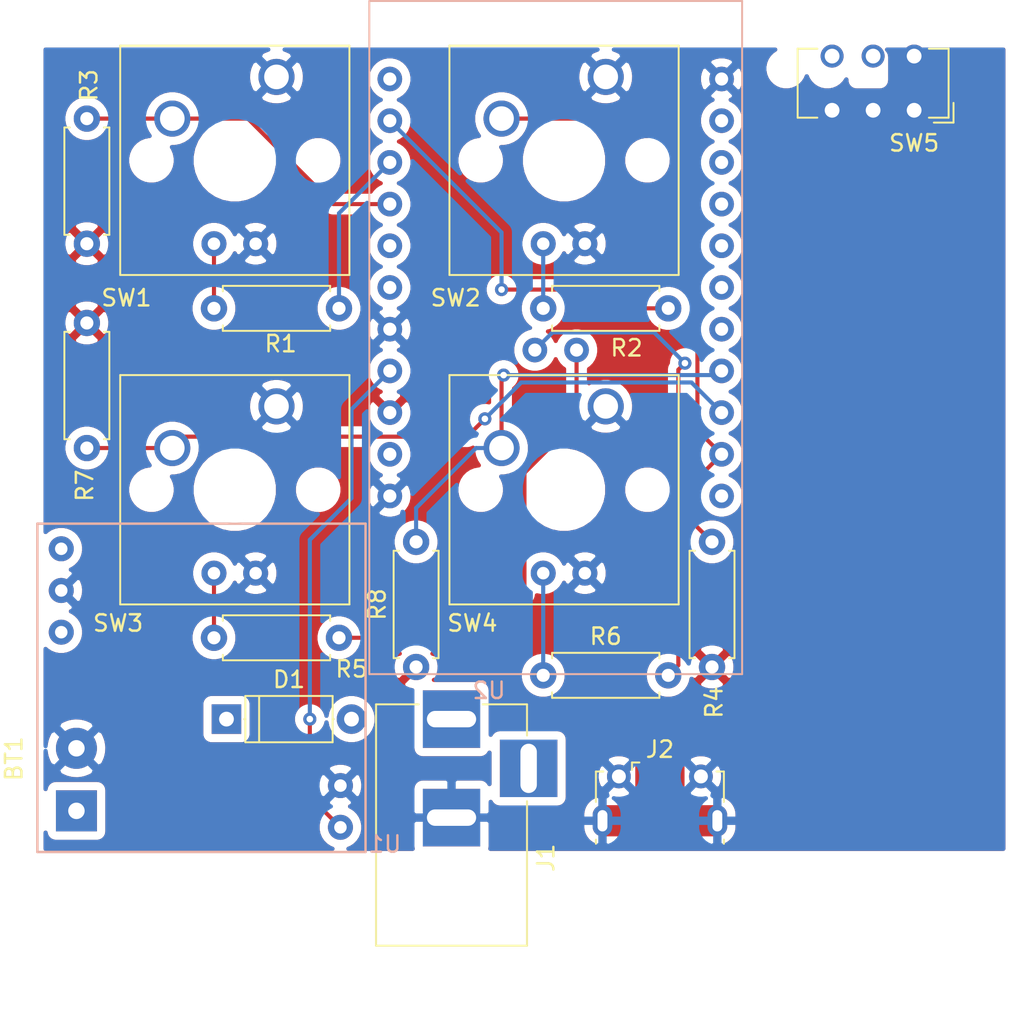
<source format=kicad_pcb>
(kicad_pcb (version 20171130) (host pcbnew 5.1.6-c6e7f7d~86~ubuntu18.04.1)
  (layers (0 F.Cu signal) (31 B.Cu signal) (34 B.Paste user) (35 F.Paste user) (36 B.SilkS user) (37 F.SilkS user) (38 B.Mask user) (39 F.Mask user) (44 Edge.Cuts user))
  (net 0 "")
  (net 1 /LED1)
  (net 2 "Net-(R1-Pad1)")
  (net 3 /LED2)
  (net 4 "Net-(R2-Pad1)")
  (net 5 /BTN1)
  (net 6 +3V3)
  (net 7 /BTN2)
  (net 8 /LED3)
  (net 9 "Net-(R5-Pad1)")
  (net 10 /LED4)
  (net 11 "Net-(R6-Pad1)")
  (net 12 /BTN3)
  (net 13 /BTN4)
  (net 14 "Net-(U1-Pad3)")
  (net 15 +12V)
  (net 16 "Net-(U2-Pad11)")
  (net 17 "Net-(U2-Pad14)")
  (net 18 "Net-(U2-Pad15)")
  (net 19 "Net-(U2-Pad7)")
  (net 20 "Net-(U2-Pad16)")
  (net 21 "Net-(U2-Pad6)")
  (net 22 "Net-(U2-Pad17)")
  (net 23 "Net-(U2-Pad18)")
  (net 24 "Net-(U2-Pad2)")
  (net 25 "Net-(U2-Pad22)")
  (net 26 +5V)
  (net 27 -BATT)
  (net 28 "Net-(BT1-Pad1)")
  (net 29 "Net-(D1-Pad2)")
  (net 30 "Net-(J1-Pad3)")
  (net 31 "Net-(J2-Pad3)")
  (net 32 "Net-(J2-Pad4)")
  (net 33 "Net-(J2-Pad2)")
  (net 34 "Net-(SW5-Pad6)")
  (net 35 "Net-(SW5-Pad5)")
  (net 36 "Net-(SW5-Pad3)")
  (net 37 +BATT)
  (net 38 "Net-(U2-Pad4)")
  (module Connector_Wire:SolderWirePad_1x02_P3.81mm_Drill1mm (layer F.Cu) (at 99.06 97.028 90)
    (fp_text reference BT1 (at 3.175 -3.81 90) (layer F.SilkS))
    (fp_text value Battery_Cell)
    (pad 2 thru_hole circle (at 3.81 0 90) (size 2.49936 2.49936) (drill 1.00076) (layers *.Cu *.Mask) (net 27 -BATT))
    (pad 1 thru_hole rect (at 0 0 90) (size 2.49936 2.49936) (drill 1.00076) (layers *.Cu *.Mask) (net 28 "Net-(BT1-Pad1)"))
  )
  (module Buttons_Switches_THT:SW_CuK_JS202011AQN_DPDT_Angled (layer F.Cu) (at 150.114 54.356 180)
    (fp_text reference SW5 (at 0 -2) (layer F.SilkS))
    (fp_text value SW_DPDT_x2)
    (fp_line (start -2.4 -0.75) (end -2.4 0.45) (layer F.SilkS) (width 0.12))
    (fp_line (start -1.2 -0.75) (end -2.4 -0.75) (layer F.SilkS) (width 0.12))
    (fp_line (start 7.1 3.75) (end 5.9 3.75) (layer F.SilkS) (width 0.12))
    (fp_line (start 7.1 -0.45) (end 7.1 3.75) (layer F.SilkS) (width 0.12))
    (fp_line (start 5.9 -0.45) (end 7.1 -0.45) (layer F.SilkS) (width 0.12))
    (fp_line (start -2.1 3.75) (end -0.9 3.75) (layer F.SilkS) (width 0.12))
    (fp_line (start -2.1 -0.45) (end -2.1 3.75) (layer F.SilkS) (width 0.12))
    (fp_line (start -0.9 -0.45) (end -2.1 -0.45) (layer F.SilkS) (width 0.12))
    (pad 6 thru_hole circle (at 5 3.3 180) (size 1.4 1.4) (drill 0.9) (layers *.Cu *.Mask) (net 34 "Net-(SW5-Pad6)"))
    (pad 5 thru_hole circle (at 2.5 3.3 180) (size 1.4 1.4) (drill 0.9) (layers *.Cu *.Mask) (net 35 "Net-(SW5-Pad5)"))
    (pad 4 thru_hole circle (at 0 3.3 180) (size 1.4 1.4) (drill 0.9) (layers *.Cu *.Mask) (net 26 +5V))
    (pad 3 thru_hole circle (at 5 0 180) (size 1.4 1.4) (drill 0.9) (layers *.Cu *.Mask) (net 36 "Net-(SW5-Pad3)"))
    (pad 2 thru_hole circle (at 2.5 0 180) (size 1.4 1.4) (drill 0.9) (layers *.Cu *.Mask) (net 28 "Net-(BT1-Pad1)"))
    (pad 1 thru_hole rect (at 0 0 180) (size 1.4 1.4) (drill 0.9) (layers *.Cu *.Mask) (net 37 +BATT))
  )
  (module Connectors_USB:USB_Micro-B_Molex-105017-0001 (layer F.Cu) (at 134.62 97.282)
    (fp_text reference J2 (at 0 -4) (layer F.SilkS))
    (fp_text value USB_B_Micro)
    (fp_line (start -3.9 -2.65) (end -3.45 -2.65) (layer F.SilkS) (width 0.12))
    (fp_line (start -3.9 -0.8) (end -3.9 -2.65) (layer F.SilkS) (width 0.12))
    (fp_line (start 3.9 1.75) (end 3.9 1.5) (layer F.SilkS) (width 0.12))
    (fp_line (start -3.9 1.75) (end -3.9 1.5) (layer F.SilkS) (width 0.12))
    (fp_line (start 3.9 -0.8) (end 3.9 -2.65) (layer F.SilkS) (width 0.12))
    (fp_line (start 3.9 -2.65) (end 3.45 -2.65) (layer F.SilkS) (width 0.12))
    (fp_line (start -1.7 -3.2) (end -1.25 -3.2) (layer F.SilkS) (width 0.12))
    (fp_line (start -1.7 -3.2) (end -1.7 -2.75) (layer F.SilkS) (width 0.12))
    (pad 6 smd rect (at -2.9 0.35) (size 1.2 1.9) (layers F.Cu F.Mask) (net 27 -BATT))
    (pad 6 smd rect (at 2.9 0.35) (size 1.2 1.9) (layers F.Cu F.Mask) (net 27 -BATT))
    (pad 6 thru_hole oval (at 3.5 0.35) (size 1.2 1.9) (drill oval 0.6 1.3) (layers *.Cu *.Mask) (net 27 -BATT))
    (pad 6 thru_hole oval (at -3.5 0.35 180) (size 1.2 1.9) (drill oval 0.6 1.3) (layers *.Cu *.Mask) (net 27 -BATT))
    (pad 6 smd rect (at -1 0.35) (size 1.5 1.9) (layers F.Cu F.Paste F.Mask) (net 27 -BATT))
    (pad 6 thru_hole circle (at 2.5 -2.35) (size 1.45 1.45) (drill 0.85) (layers *.Cu *.Mask) (net 27 -BATT))
    (pad 3 smd rect (at 0 -2.35) (size 0.4 1.35) (layers F.Cu F.Paste F.Mask) (net 31 "Net-(J2-Pad3)"))
    (pad 4 smd rect (at 0.65 -2.35) (size 0.4 1.35) (layers F.Cu F.Paste F.Mask) (net 32 "Net-(J2-Pad4)"))
    (pad 5 smd rect (at 1.3 -2.35) (size 0.4 1.35) (layers F.Cu F.Paste F.Mask) (net 27 -BATT))
    (pad 1 smd rect (at -1.3 -2.35) (size 0.4 1.35) (layers F.Cu F.Paste F.Mask) (net 26 +5V))
    (pad 2 smd rect (at -0.65 -2.35) (size 0.4 1.35) (layers F.Cu F.Paste F.Mask) (net 33 "Net-(J2-Pad2)"))
    (pad 6 thru_hole circle (at -2.5 -2.35) (size 1.45 1.45) (drill 0.85) (layers *.Cu *.Mask) (net 27 -BATT))
    (pad 6 smd rect (at 1 0.35) (size 1.5 1.9) (layers F.Cu F.Paste F.Mask) (net 27 -BATT))
  )
  (module Connectors:BARREL_JACK (layer F.Cu) (at 121.92 91.44 90)
    (fp_text reference J1 (at -8.45 5.75 270) (layer F.SilkS))
    (fp_text value Barrel_Jack_Switch)
    (fp_line (start -5 4.6) (end -13.8 4.6) (layer F.SilkS) (width 0.12))
    (fp_line (start -13.8 4.6) (end -13.8 -4.6) (layer F.SilkS) (width 0.12))
    (fp_line (start 0.9 1.9) (end 0.9 4.6) (layer F.SilkS) (width 0.12))
    (fp_line (start 0.9 4.6) (end -1 4.6) (layer F.SilkS) (width 0.12))
    (fp_line (start -13.8 -4.6) (end 0.9 -4.6) (layer F.SilkS) (width 0.12))
    (fp_line (start 0.9 -4.6) (end 0.9 -2) (layer F.SilkS) (width 0.12))
    (pad 3 thru_hole rect (at -3 4.7 90) (size 3.5 3.5) (drill oval 3 1) (layers *.Cu *.Mask) (net 30 "Net-(J1-Pad3)"))
    (pad 2 thru_hole rect (at -6 0 90) (size 3.5 3.5) (drill oval 1 3) (layers *.Cu *.Mask) (net 27 -BATT))
    (pad 1 thru_hole rect (at 0 0 90) (size 3.5 3.5) (drill oval 1 3) (layers *.Cu *.Mask) (net 29 "Net-(D1-Pad2)"))
  )
  (module Diodes_THT:D_A-405_P7.62mm_Horizontal (layer F.Cu) (at 108.204 91.44)
    (fp_text reference D1 (at 3.81 -2.41) (layer F.SilkS))
    (fp_text value D)
    (fp_line (start 1.15 -1.41) (end 1.15 1.41) (layer F.SilkS) (width 0.12))
    (fp_line (start 1.15 1.41) (end 6.47 1.41) (layer F.SilkS) (width 0.12))
    (fp_line (start 6.47 1.41) (end 6.47 -1.41) (layer F.SilkS) (width 0.12))
    (fp_line (start 6.47 -1.41) (end 1.15 -1.41) (layer F.SilkS) (width 0.12))
    (fp_line (start 1.08 0) (end 1.15 0) (layer F.SilkS) (width 0.12))
    (fp_line (start 6.54 0) (end 6.47 0) (layer F.SilkS) (width 0.12))
    (fp_line (start 1.99 -1.41) (end 1.99 1.41) (layer F.SilkS) (width 0.12))
    (pad 2 thru_hole oval (at 7.62 0) (size 1.8 1.8) (drill 0.9) (layers *.Cu *.Mask) (net 29 "Net-(D1-Pad2)"))
    (pad 1 thru_hole rect (at 0 0) (size 1.8 1.8) (drill 0.9) (layers *.Cu *.Mask) (net 15 +12V))
  )
  (module Modules:HTCC-AB01 (layer B.Cu) (at 128.27 68.199)
    (fp_text reference U2 (at -4.064 21.5) (layer B.SilkS) (effects (justify mirror)))
    (fp_text value HTCC-AB01)
    (fp_line (start -11.359999 20.5) (end -11.36 -20.5) (layer B.SilkS) (width 0.12))
    (fp_line (start -11.35 -20.5) (end 11.359999 -20.5) (layer B.SilkS) (width 0.12))
    (fp_line (start 11.359999 -20.5) (end 11.36 20.5) (layer B.SilkS) (width 0.12))
    (fp_line (start 11.36 20.5) (end -11.359999 20.5) (layer B.SilkS) (width 0.12))
    (pad 24 thru_hole circle (at 1.27 0.762 90) (size 1.5 1.5) (drill 0.8) (layers *.Cu *.Mask) (net 8 /LED3))
    (pad 23 thru_hole circle (at -1.27 0.762 90) (size 1.5 1.5) (drill 0.8) (layers *.Cu *.Mask) (net 10 /LED4))
    (pad 11 thru_hole circle (at -10.11 -15.748 90) (size 1.5 1.5) (drill 0.8) (layers *.Cu *.Mask) (net 16 "Net-(U2-Pad11)"))
    (pad 12 thru_hole circle (at 10.11 -15.748 90) (size 1.5 1.5) (drill 0.8) (layers *.Cu *.Mask) (net 27 -BATT))
    (pad 10 thru_hole circle (at -10.11 -13.208 90) (size 1.5 1.5) (drill 0.8) (layers *.Cu *.Mask) (net 3 /LED2))
    (pad 13 thru_hole circle (at 10.11 -13.208 90) (size 1.5 1.5) (drill 0.8) (layers *.Cu *.Mask) (net 26 +5V))
    (pad 9 thru_hole circle (at -10.11 -10.668 90) (size 1.5 1.5) (drill 0.8) (layers *.Cu *.Mask) (net 1 /LED1))
    (pad 14 thru_hole circle (at 10.11 -10.668 90) (size 1.5 1.5) (drill 0.8) (layers *.Cu *.Mask) (net 17 "Net-(U2-Pad14)"))
    (pad 8 thru_hole circle (at -10.11 -8.128 90) (size 1.5 1.5) (drill 0.8) (layers *.Cu *.Mask) (net 5 /BTN1))
    (pad 15 thru_hole circle (at 10.11 -8.128 90) (size 1.5 1.5) (drill 0.8) (layers *.Cu *.Mask) (net 18 "Net-(U2-Pad15)"))
    (pad 7 thru_hole circle (at -10.11 -5.588 90) (size 1.5 1.5) (drill 0.8) (layers *.Cu *.Mask) (net 19 "Net-(U2-Pad7)"))
    (pad 16 thru_hole circle (at 10.11 -5.588 90) (size 1.5 1.5) (drill 0.8) (layers *.Cu *.Mask) (net 20 "Net-(U2-Pad16)"))
    (pad 6 thru_hole circle (at -10.11 -3.048 90) (size 1.5 1.5) (drill 0.8) (layers *.Cu *.Mask) (net 21 "Net-(U2-Pad6)"))
    (pad 17 thru_hole circle (at 10.11 -3.048 90) (size 1.5 1.5) (drill 0.8) (layers *.Cu *.Mask) (net 22 "Net-(U2-Pad17)"))
    (pad 5 thru_hole circle (at -10.11 -0.508 90) (size 1.5 1.5) (drill 0.8) (layers *.Cu *.Mask) (net 27 -BATT))
    (pad 18 thru_hole circle (at 10.11 -0.508 90) (size 1.5 1.5) (drill 0.8) (layers *.Cu *.Mask) (net 23 "Net-(U2-Pad18)"))
    (pad 4 thru_hole circle (at -10.11 2.032 90) (size 1.5 1.5) (drill 0.8) (layers *.Cu *.Mask) (net 38 "Net-(U2-Pad4)"))
    (pad 19 thru_hole circle (at 10.11 2.032 90) (size 1.5 1.5) (drill 0.8) (layers *.Cu *.Mask) (net 13 /BTN4))
    (pad 3 thru_hole circle (at -10.11 4.572 90) (size 1.5 1.5) (drill 0.8) (layers *.Cu *.Mask) (net 6 +3V3))
    (pad 20 thru_hole circle (at 10.11 4.572 90) (size 1.5 1.5) (drill 0.8) (layers *.Cu *.Mask) (net 12 /BTN3))
    (pad 2 thru_hole circle (at -10.11 7.112 90) (size 1.5 1.5) (drill 0.8) (layers *.Cu *.Mask) (net 24 "Net-(U2-Pad2)"))
    (pad 21 thru_hole circle (at 10.11 7.112 90) (size 1.5 1.5) (drill 0.8) (layers *.Cu *.Mask) (net 7 /BTN2))
    (pad 1 thru_hole circle (at -10.11 9.652 90) (size 1.5 1.5) (drill 0.8) (layers *.Cu *.Mask) (net 27 -BATT))
    (pad 22 thru_hole circle (at 10.11 9.652 90) (size 1.5 1.5) (drill 0.8) (layers *.Cu *.Mask) (net 25 "Net-(U2-Pad22)"))
  )
  (module Buttons_Switches_Keyboard:SW_Cherry_MX1A_LED_1.00u_PCB (layer F.Cu) (at 131.318 72.39)
    (fp_text reference SW4 (at -8.128 13.208) (layer F.SilkS))
    (fp_text value SW_SPST_LED)
    (fp_line (start -9.525 12.065) (end -9.525 -1.905) (layer F.SilkS) (width 0.12))
    (fp_line (start 4.445 12.065) (end -9.525 12.065) (layer F.SilkS) (width 0.12))
    (fp_line (start 4.445 -1.905) (end 4.445 12.065) (layer F.SilkS) (width 0.12))
    (fp_line (start -9.525 -1.905) (end 4.445 -1.905) (layer F.SilkS) (width 0.12))
    (pad 4 thru_hole circle (at -3.81 10.16) (size 1.524 1.524) (drill 0.762) (layers *.Cu *.Mask) (net 11 "Net-(R6-Pad1)"))
    (pad 3 thru_hole circle (at -1.27 10.16) (size 1.524 1.524) (drill 0.762) (layers *.Cu *.Mask) (net 27 -BATT))
    (pad "" np_thru_hole circle (at 2.54 5.08) (size 1.7 1.7) (drill 1.7) (layers *.Cu *.Mask))
    (pad "" np_thru_hole circle (at -7.62 5.08) (size 1.7 1.7) (drill 1.7) (layers *.Cu *.Mask))
    (pad "" np_thru_hole circle (at -2.54 5.08) (size 4 4) (drill 4) (layers *.Cu *.Mask))
    (pad 2 thru_hole circle (at -6.35 2.54) (size 2.2 2.2) (drill 1.5) (layers *.Cu *.Mask) (net 13 /BTN4))
    (pad 1 thru_hole circle (at 0 0) (size 2.2 2.2) (drill 1.5) (layers *.Cu *.Mask) (net 27 -BATT))
  )
  (module Buttons_Switches_Keyboard:SW_Cherry_MX1A_LED_1.00u_PCB (layer F.Cu) (at 111.252 72.39)
    (fp_text reference SW3 (at -9.652 13.208) (layer F.SilkS))
    (fp_text value SW_SPST_LED)
    (fp_line (start -9.525 12.065) (end -9.525 -1.905) (layer F.SilkS) (width 0.12))
    (fp_line (start 4.445 12.065) (end -9.525 12.065) (layer F.SilkS) (width 0.12))
    (fp_line (start 4.445 -1.905) (end 4.445 12.065) (layer F.SilkS) (width 0.12))
    (fp_line (start -9.525 -1.905) (end 4.445 -1.905) (layer F.SilkS) (width 0.12))
    (pad 4 thru_hole circle (at -3.81 10.16) (size 1.524 1.524) (drill 0.762) (layers *.Cu *.Mask) (net 9 "Net-(R5-Pad1)"))
    (pad 3 thru_hole circle (at -1.27 10.16) (size 1.524 1.524) (drill 0.762) (layers *.Cu *.Mask) (net 27 -BATT))
    (pad "" np_thru_hole circle (at 2.54 5.08) (size 1.7 1.7) (drill 1.7) (layers *.Cu *.Mask))
    (pad "" np_thru_hole circle (at -7.62 5.08) (size 1.7 1.7) (drill 1.7) (layers *.Cu *.Mask))
    (pad "" np_thru_hole circle (at -2.54 5.08) (size 4 4) (drill 4) (layers *.Cu *.Mask))
    (pad 2 thru_hole circle (at -6.35 2.54) (size 2.2 2.2) (drill 1.5) (layers *.Cu *.Mask) (net 12 /BTN3))
    (pad 1 thru_hole circle (at 0 0) (size 2.2 2.2) (drill 1.5) (layers *.Cu *.Mask) (net 27 -BATT))
  )
  (module Buttons_Switches_Keyboard:SW_Cherry_MX1A_LED_1.00u_PCB (layer F.Cu) (at 131.318 52.324)
    (fp_text reference SW2 (at -9.144 13.462) (layer F.SilkS))
    (fp_text value SW_SPST_LED)
    (fp_line (start -9.525 12.065) (end -9.525 -1.905) (layer F.SilkS) (width 0.12))
    (fp_line (start 4.445 12.065) (end -9.525 12.065) (layer F.SilkS) (width 0.12))
    (fp_line (start 4.445 -1.905) (end 4.445 12.065) (layer F.SilkS) (width 0.12))
    (fp_line (start -9.525 -1.905) (end 4.445 -1.905) (layer F.SilkS) (width 0.12))
    (pad 4 thru_hole circle (at -3.81 10.16) (size 1.524 1.524) (drill 0.762) (layers *.Cu *.Mask) (net 4 "Net-(R2-Pad1)"))
    (pad 3 thru_hole circle (at -1.27 10.16) (size 1.524 1.524) (drill 0.762) (layers *.Cu *.Mask) (net 27 -BATT))
    (pad "" np_thru_hole circle (at 2.54 5.08) (size 1.7 1.7) (drill 1.7) (layers *.Cu *.Mask))
    (pad "" np_thru_hole circle (at -7.62 5.08) (size 1.7 1.7) (drill 1.7) (layers *.Cu *.Mask))
    (pad "" np_thru_hole circle (at -2.54 5.08) (size 4 4) (drill 4) (layers *.Cu *.Mask))
    (pad 2 thru_hole circle (at -6.35 2.54) (size 2.2 2.2) (drill 1.5) (layers *.Cu *.Mask) (net 7 /BTN2))
    (pad 1 thru_hole circle (at 0 0) (size 2.2 2.2) (drill 1.5) (layers *.Cu *.Mask) (net 27 -BATT))
  )
  (module Buttons_Switches_Keyboard:SW_Cherry_MX1A_LED_1.00u_PCB (layer F.Cu) (at 111.252 52.324)
    (fp_text reference SW1 (at -9.144 13.462) (layer F.SilkS))
    (fp_text value SW_SPST_LED)
    (fp_line (start -9.525 12.065) (end -9.525 -1.905) (layer F.SilkS) (width 0.12))
    (fp_line (start 4.445 12.065) (end -9.525 12.065) (layer F.SilkS) (width 0.12))
    (fp_line (start 4.445 -1.905) (end 4.445 12.065) (layer F.SilkS) (width 0.12))
    (fp_line (start -9.525 -1.905) (end 4.445 -1.905) (layer F.SilkS) (width 0.12))
    (pad 4 thru_hole circle (at -3.81 10.16) (size 1.524 1.524) (drill 0.762) (layers *.Cu *.Mask) (net 2 "Net-(R1-Pad1)"))
    (pad 3 thru_hole circle (at -1.27 10.16) (size 1.524 1.524) (drill 0.762) (layers *.Cu *.Mask) (net 27 -BATT))
    (pad "" np_thru_hole circle (at 2.54 5.08) (size 1.7 1.7) (drill 1.7) (layers *.Cu *.Mask))
    (pad "" np_thru_hole circle (at -7.62 5.08) (size 1.7 1.7) (drill 1.7) (layers *.Cu *.Mask))
    (pad "" np_thru_hole circle (at -2.54 5.08) (size 4 4) (drill 4) (layers *.Cu *.Mask))
    (pad 2 thru_hole circle (at -6.35 2.54) (size 2.2 2.2) (drill 1.5) (layers *.Cu *.Mask) (net 5 /BTN1))
    (pad 1 thru_hole circle (at 0 0) (size 2.2 2.2) (drill 1.5) (layers *.Cu *.Mask) (net 27 -BATT))
  )
  (module Modules:HW-108 (layer B.Cu) (at 106.68 89.535)
    (fp_text reference U1 (at 11.176 9.525) (layer B.SilkS) (effects (justify mirror)))
    (fp_text value HW-108_DC-DC)
    (fp_line (start -10 10) (end 10 10) (layer B.SilkS) (width 0.15))
    (fp_line (start 10 10) (end 10 -10) (layer B.SilkS) (width 0.15))
    (fp_line (start 10 -10) (end -10 -10) (layer B.SilkS) (width 0.15))
    (fp_line (start -10 -10) (end -10 10) (layer B.SilkS) (width 0.15))
    (pad 5 thru_hole circle (at 8.47 5.955) (size 1.524 1.524) (drill 0.762) (layers *.Cu *.Mask) (net 27 -BATT))
    (pad 4 thru_hole circle (at 8.47 8.495) (size 1.524 1.524) (drill 0.762) (layers *.Cu *.Mask) (net 35 "Net-(SW5-Pad5)"))
    (pad 3 thru_hole circle (at -8.545 -8.47) (size 1.524 1.524) (drill 0.762) (layers *.Cu *.Mask) (net 14 "Net-(U1-Pad3)"))
    (pad 2 thru_hole circle (at -8.545 -5.93) (size 1.524 1.524) (drill 0.762) (layers *.Cu *.Mask) (net 27 -BATT))
    (pad 1 thru_hole circle (at -8.545 -3.39) (size 1.524 1.524) (drill 0.762) (layers *.Cu *.Mask) (net 15 +12V))
  )
  (module Resistor_THT:R_Axial_DIN0207_L6.3mm_D2.5mm_P7.62mm_Horizontal (layer F.Cu) (at 119.761 88.265 90)
    (fp_text reference R8 (at 3.81 -2.37 90) (layer F.SilkS))
    (fp_text value R)
    (fp_line (start 0.54 -1.04) (end 0.54 -1.37) (layer F.SilkS) (width 0.12))
    (fp_line (start 0.54 -1.37) (end 7.08 -1.37) (layer F.SilkS) (width 0.12))
    (fp_line (start 7.08 -1.37) (end 7.08 -1.04) (layer F.SilkS) (width 0.12))
    (fp_line (start 0.54 1.04) (end 0.54 1.37) (layer F.SilkS) (width 0.12))
    (fp_line (start 0.54 1.37) (end 7.08 1.37) (layer F.SilkS) (width 0.12))
    (fp_line (start 7.08 1.37) (end 7.08 1.04) (layer F.SilkS) (width 0.12))
    (pad 2 thru_hole oval (at 7.62 0 90) (size 1.6 1.6) (drill 0.8) (layers *.Cu *.Mask) (net 13 /BTN4))
    (pad 1 thru_hole circle (at 0 0 90) (size 1.6 1.6) (drill 0.8) (layers *.Cu *.Mask) (net 6 +3V3))
  )
  (module Resistor_THT:R_Axial_DIN0207_L6.3mm_D2.5mm_P7.62mm_Horizontal (layer F.Cu) (at 99.695 67.31 270)
    (fp_text reference R7 (at 9.906 0.127 90) (layer F.SilkS))
    (fp_text value R)
    (fp_line (start 0.54 -1.04) (end 0.54 -1.37) (layer F.SilkS) (width 0.12))
    (fp_line (start 0.54 -1.37) (end 7.08 -1.37) (layer F.SilkS) (width 0.12))
    (fp_line (start 7.08 -1.37) (end 7.08 -1.04) (layer F.SilkS) (width 0.12))
    (fp_line (start 0.54 1.04) (end 0.54 1.37) (layer F.SilkS) (width 0.12))
    (fp_line (start 0.54 1.37) (end 7.08 1.37) (layer F.SilkS) (width 0.12))
    (fp_line (start 7.08 1.37) (end 7.08 1.04) (layer F.SilkS) (width 0.12))
    (pad 2 thru_hole oval (at 7.62 0 270) (size 1.6 1.6) (drill 0.8) (layers *.Cu *.Mask) (net 12 /BTN3))
    (pad 1 thru_hole circle (at 0 0 270) (size 1.6 1.6) (drill 0.8) (layers *.Cu *.Mask) (net 6 +3V3))
  )
  (module Resistor_THT:R_Axial_DIN0207_L6.3mm_D2.5mm_P7.62mm_Horizontal (layer F.Cu) (at 127.508 88.773)
    (fp_text reference R6 (at 3.81 -2.37) (layer F.SilkS))
    (fp_text value R)
    (fp_line (start 0.54 -1.04) (end 0.54 -1.37) (layer F.SilkS) (width 0.12))
    (fp_line (start 0.54 -1.37) (end 7.08 -1.37) (layer F.SilkS) (width 0.12))
    (fp_line (start 7.08 -1.37) (end 7.08 -1.04) (layer F.SilkS) (width 0.12))
    (fp_line (start 0.54 1.04) (end 0.54 1.37) (layer F.SilkS) (width 0.12))
    (fp_line (start 0.54 1.37) (end 7.08 1.37) (layer F.SilkS) (width 0.12))
    (fp_line (start 7.08 1.37) (end 7.08 1.04) (layer F.SilkS) (width 0.12))
    (pad 2 thru_hole oval (at 7.62 0) (size 1.6 1.6) (drill 0.8) (layers *.Cu *.Mask) (net 10 /LED4))
    (pad 1 thru_hole circle (at 0 0) (size 1.6 1.6) (drill 0.8) (layers *.Cu *.Mask) (net 11 "Net-(R6-Pad1)"))
  )
  (module Resistor_THT:R_Axial_DIN0207_L6.3mm_D2.5mm_P7.62mm_Horizontal (layer F.Cu) (at 107.442 86.487)
    (fp_text reference R5 (at 8.382 1.905) (layer F.SilkS))
    (fp_text value R)
    (fp_line (start 0.54 -1.04) (end 0.54 -1.37) (layer F.SilkS) (width 0.12))
    (fp_line (start 0.54 -1.37) (end 7.08 -1.37) (layer F.SilkS) (width 0.12))
    (fp_line (start 7.08 -1.37) (end 7.08 -1.04) (layer F.SilkS) (width 0.12))
    (fp_line (start 0.54 1.04) (end 0.54 1.37) (layer F.SilkS) (width 0.12))
    (fp_line (start 0.54 1.37) (end 7.08 1.37) (layer F.SilkS) (width 0.12))
    (fp_line (start 7.08 1.37) (end 7.08 1.04) (layer F.SilkS) (width 0.12))
    (pad 2 thru_hole oval (at 7.62 0) (size 1.6 1.6) (drill 0.8) (layers *.Cu *.Mask) (net 8 /LED3))
    (pad 1 thru_hole circle (at 0 0) (size 1.6 1.6) (drill 0.8) (layers *.Cu *.Mask) (net 9 "Net-(R5-Pad1)"))
  )
  (module Resistor_THT:R_Axial_DIN0207_L6.3mm_D2.5mm_P7.62mm_Horizontal (layer F.Cu) (at 137.795 88.265 90)
    (fp_text reference R4 (at -2.159 0.127 90) (layer F.SilkS))
    (fp_text value R)
    (fp_line (start 0.54 -1.04) (end 0.54 -1.37) (layer F.SilkS) (width 0.12))
    (fp_line (start 0.54 -1.37) (end 7.08 -1.37) (layer F.SilkS) (width 0.12))
    (fp_line (start 7.08 -1.37) (end 7.08 -1.04) (layer F.SilkS) (width 0.12))
    (fp_line (start 0.54 1.04) (end 0.54 1.37) (layer F.SilkS) (width 0.12))
    (fp_line (start 0.54 1.37) (end 7.08 1.37) (layer F.SilkS) (width 0.12))
    (fp_line (start 7.08 1.37) (end 7.08 1.04) (layer F.SilkS) (width 0.12))
    (pad 2 thru_hole oval (at 7.62 0 90) (size 1.6 1.6) (drill 0.8) (layers *.Cu *.Mask) (net 7 /BTN2))
    (pad 1 thru_hole circle (at 0 0 90) (size 1.6 1.6) (drill 0.8) (layers *.Cu *.Mask) (net 6 +3V3))
  )
  (module Resistor_THT:R_Axial_DIN0207_L6.3mm_D2.5mm_P7.62mm_Horizontal (layer F.Cu) (at 99.695 62.484 90)
    (fp_text reference R3 (at 9.652 0.127 90) (layer F.SilkS))
    (fp_text value R)
    (fp_line (start 0.54 -1.04) (end 0.54 -1.37) (layer F.SilkS) (width 0.12))
    (fp_line (start 0.54 -1.37) (end 7.08 -1.37) (layer F.SilkS) (width 0.12))
    (fp_line (start 7.08 -1.37) (end 7.08 -1.04) (layer F.SilkS) (width 0.12))
    (fp_line (start 0.54 1.04) (end 0.54 1.37) (layer F.SilkS) (width 0.12))
    (fp_line (start 0.54 1.37) (end 7.08 1.37) (layer F.SilkS) (width 0.12))
    (fp_line (start 7.08 1.37) (end 7.08 1.04) (layer F.SilkS) (width 0.12))
    (pad 2 thru_hole oval (at 7.62 0 90) (size 1.6 1.6) (drill 0.8) (layers *.Cu *.Mask) (net 5 /BTN1))
    (pad 1 thru_hole circle (at 0 0 90) (size 1.6 1.6) (drill 0.8) (layers *.Cu *.Mask) (net 6 +3V3))
  )
  (module Resistor_THT:R_Axial_DIN0207_L6.3mm_D2.5mm_P7.62mm_Horizontal (layer F.Cu) (at 127.508 66.421)
    (fp_text reference R2 (at 5.08 2.413) (layer F.SilkS))
    (fp_text value R)
    (fp_line (start 0.54 -1.04) (end 0.54 -1.37) (layer F.SilkS) (width 0.12))
    (fp_line (start 0.54 -1.37) (end 7.08 -1.37) (layer F.SilkS) (width 0.12))
    (fp_line (start 7.08 -1.37) (end 7.08 -1.04) (layer F.SilkS) (width 0.12))
    (fp_line (start 0.54 1.04) (end 0.54 1.37) (layer F.SilkS) (width 0.12))
    (fp_line (start 0.54 1.37) (end 7.08 1.37) (layer F.SilkS) (width 0.12))
    (fp_line (start 7.08 1.37) (end 7.08 1.04) (layer F.SilkS) (width 0.12))
    (pad 2 thru_hole oval (at 7.62 0) (size 1.6 1.6) (drill 0.8) (layers *.Cu *.Mask) (net 3 /LED2))
    (pad 1 thru_hole circle (at 0 0) (size 1.6 1.6) (drill 0.8) (layers *.Cu *.Mask) (net 4 "Net-(R2-Pad1)"))
  )
  (module Resistor_THT:R_Axial_DIN0207_L6.3mm_D2.5mm_P7.62mm_Horizontal (layer F.Cu) (at 107.442 66.421)
    (fp_text reference R1 (at 4.064 2.159) (layer F.SilkS))
    (fp_text value R)
    (fp_line (start 0.54 -1.04) (end 0.54 -1.37) (layer F.SilkS) (width 0.12))
    (fp_line (start 0.54 -1.37) (end 7.08 -1.37) (layer F.SilkS) (width 0.12))
    (fp_line (start 7.08 -1.37) (end 7.08 -1.04) (layer F.SilkS) (width 0.12))
    (fp_line (start 0.54 1.04) (end 0.54 1.37) (layer F.SilkS) (width 0.12))
    (fp_line (start 0.54 1.37) (end 7.08 1.37) (layer F.SilkS) (width 0.12))
    (fp_line (start 7.08 1.37) (end 7.08 1.04) (layer F.SilkS) (width 0.12))
    (pad 2 thru_hole oval (at 7.62 0) (size 1.6 1.6) (drill 0.8) (layers *.Cu *.Mask) (net 1 /LED1))
    (pad 1 thru_hole circle (at 0 0) (size 1.6 1.6) (drill 0.8) (layers *.Cu *.Mask) (net 2 "Net-(R1-Pad1)"))
  )
  (segment (start 115.062 60.629) (end 118.16 57.531) (width 0.25) (layer B.Cu) (net 1))
  (segment (start 115.062 66.421) (end 115.062 60.629) (width 0.25) (layer B.Cu) (net 1))
  (segment (start 107.442 62.484) (end 107.442 66.421) (width 0.25) (layer F.Cu) (net 2))
  (segment (start 135.128 66.421) (end 129.921 66.421) (width 0.25) (layer F.Cu) (net 3))
  (via (at 124.968 65.278) (size 0.8) (drill 0.4) (layers F.Cu B.Cu) (net 3))
  (segment (start 129.921 66.421) (end 128.778 65.278) (width 0.25) (layer F.Cu) (net 3))
  (segment (start 128.778 65.278) (end 124.968 65.278) (width 0.25) (layer F.Cu) (net 3))
  (segment (start 124.968 61.799) (end 118.16 54.991) (width 0.25) (layer B.Cu) (net 3))
  (segment (start 124.968 65.278) (end 124.968 61.799) (width 0.25) (layer B.Cu) (net 3))
  (segment (start 127.508 66.421) (end 127.508 62.484) (width 0.25) (layer B.Cu) (net 4))
  (segment (start 99.695 54.864) (end 104.902 54.864) (width 0.25) (layer F.Cu) (net 5))
  (segment (start 109.512998 54.864) (end 104.902 54.864) (width 0.25) (layer F.Cu) (net 5))
  (segment (start 114.719998 60.071) (end 109.512998 54.864) (width 0.25) (layer F.Cu) (net 5))
  (segment (start 118.16 60.071) (end 114.719998 60.071) (width 0.25) (layer F.Cu) (net 5))
  (segment (start 138.38 75.311) (end 136.525 77.166) (width 0.25) (layer F.Cu) (net 7))
  (segment (start 136.525 79.375) (end 137.795 80.645) (width 0.25) (layer F.Cu) (net 7))
  (segment (start 136.525 77.166) (end 136.525 79.375) (width 0.25) (layer F.Cu) (net 7))
  (segment (start 138.38 75.311) (end 136.906 73.837) (width 0.25) (layer F.Cu) (net 7))
  (segment (start 136.906 73.837) (end 136.906 57.912) (width 0.25) (layer F.Cu) (net 7))
  (segment (start 133.858 54.864) (end 124.968 54.864) (width 0.25) (layer F.Cu) (net 7))
  (segment (start 136.906 57.912) (end 133.858 54.864) (width 0.25) (layer F.Cu) (net 7))
  (segment (start 115.062 86.487) (end 123.698 86.487) (width 0.25) (layer F.Cu) (net 8))
  (segment (start 123.698 86.487) (end 126.365 83.82) (width 0.25) (layer F.Cu) (net 8))
  (segment (start 129.54 73.266998) (end 129.54 68.961) (width 0.25) (layer F.Cu) (net 8))
  (segment (start 126.365 76.441998) (end 129.54 73.266998) (width 0.25) (layer F.Cu) (net 8))
  (segment (start 126.365 83.82) (end 126.365 76.441998) (width 0.25) (layer F.Cu) (net 8))
  (segment (start 107.442 82.55) (end 107.442 86.487) (width 0.25) (layer F.Cu) (net 9))
  (via (at 136.144 69.76) (size 0.8) (drill 0.4) (layers F.Cu B.Cu) (net 10))
  (segment (start 134.269999 67.885999) (end 136.144 69.76) (width 0.25) (layer B.Cu) (net 10))
  (segment (start 127 68.961) (end 128.075001 67.885999) (width 0.25) (layer B.Cu) (net 10))
  (segment (start 128.075001 67.885999) (end 134.269999 67.885999) (width 0.25) (layer B.Cu) (net 10))
  (segment (start 135.744001 88.156999) (end 135.128 88.773) (width 0.25) (layer F.Cu) (net 10))
  (segment (start 135.744001 70.159999) (end 135.744001 88.156999) (width 0.25) (layer F.Cu) (net 10))
  (segment (start 136.144 69.76) (end 135.744001 70.159999) (width 0.25) (layer F.Cu) (net 10))
  (segment (start 127.508 82.55) (end 127.508 88.773) (width 0.25) (layer B.Cu) (net 11))
  (segment (start 99.695 74.93) (end 104.902 74.93) (width 0.25) (layer F.Cu) (net 12))
  (via (at 123.952 73.152) (size 0.8) (drill 0.4) (layers F.Cu B.Cu) (net 12))
  (segment (start 122.868001 74.235999) (end 123.952 73.152) (width 0.25) (layer F.Cu) (net 12))
  (segment (start 104.902 74.93) (end 105.596001 74.235999) (width 0.25) (layer F.Cu) (net 12))
  (segment (start 105.596001 74.235999) (end 122.868001 74.235999) (width 0.25) (layer F.Cu) (net 12))
  (segment (start 123.952 73.152) (end 126.16899 70.93501) (width 0.25) (layer B.Cu) (net 12))
  (segment (start 136.54401 70.93501) (end 138.38 72.771) (width 0.25) (layer B.Cu) (net 12))
  (segment (start 126.16899 70.93501) (end 136.54401 70.93501) (width 0.25) (layer B.Cu) (net 12))
  (segment (start 124.968 74.93) (end 124.968 75.692) (width 0.25) (layer F.Cu) (net 13))
  (segment (start 119.761 78.581366) (end 119.761 80.645) (width 0.25) (layer B.Cu) (net 13))
  (segment (start 123.412366 74.93) (end 119.761 78.581366) (width 0.25) (layer B.Cu) (net 13))
  (segment (start 124.968 74.93) (end 123.412366 74.93) (width 0.25) (layer B.Cu) (net 13))
  (via (at 125.095 70.485) (size 0.8) (drill 0.4) (layers F.Cu B.Cu) (net 13))
  (segment (start 124.968 74.93) (end 124.968 70.612) (width 0.25) (layer F.Cu) (net 13))
  (segment (start 124.968 70.612) (end 125.095 70.485) (width 0.25) (layer F.Cu) (net 13))
  (segment (start 138.126 70.485) (end 138.38 70.231) (width 0.25) (layer B.Cu) (net 13))
  (segment (start 125.095 70.485) (end 138.126 70.485) (width 0.25) (layer B.Cu) (net 13))
  (segment (start 115.15 98.03) (end 113.284 96.164) (width 0.25) (layer F.Cu) (net 26))
  (via (at 113.284 91.44) (size 0.8) (drill 0.4) (layers F.Cu B.Cu) (net 26))
  (segment (start 113.284 96.164) (end 113.284 91.44) (width 0.25) (layer F.Cu) (net 26))
  (segment (start 113.284 91.44) (end 113.284 80.518) (width 0.25) (layer B.Cu) (net 26))
  (segment (start 113.284 80.518) (end 115.824 77.978) (width 0.25) (layer B.Cu) (net 26))
  (segment (start 115.824 72.567) (end 118.16 70.231) (width 0.25) (layer B.Cu) (net 26))
  (segment (start 115.824 77.978) (end 115.824 72.567) (width 0.25) (layer B.Cu) (net 26))
  (zone (net 6) (net_name +3V3) (layer F.Cu) (connect_pads (clearance 0.508)) (min_thickness 0.254) (fill yes (arc_segments 32) (thermal_gap 0.508) (thermal_bridge_width 0.508))
    (polygon (pts (xy 156.21 109.947) (xy 96.5 110.017) (xy 96.5 50) (xy 156.21 49.93)))
  )
  (zone (net 27) (net_name -BATT) (layer B.Cu) (connect_pads (clearance 0.508)) (min_thickness 0.254) (fill yes (arc_segments 32) (thermal_gap 0.508) (thermal_bridge_width 0.508))
    (polygon (pts (xy 156.21 109.947) (xy 96.5 110.017) (xy 96.5 50) (xy 156.21 49.93)))
  )
)
</source>
